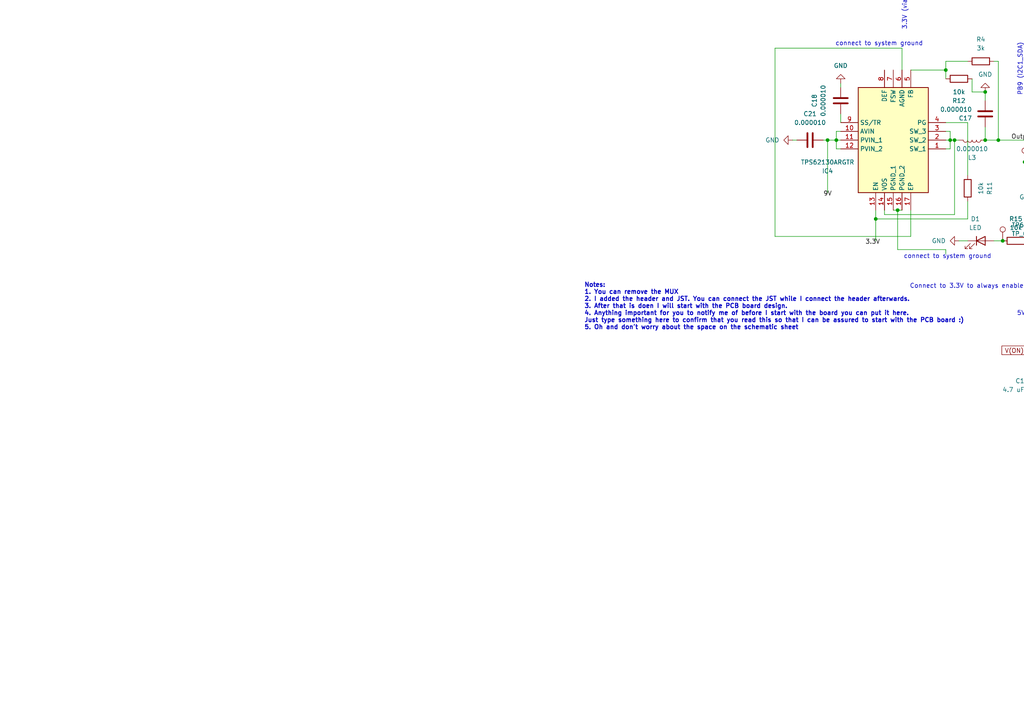
<source format=kicad_sch>
(kicad_sch (version 20250114) (generator "eeschema") (generator_version "9.0")
  (paper "A4")
  (text "MOTOR3_B_OUT" (at 267.208 -43.434 0) (effects (font (size 1.27 1.27))))
  (text "Notes:\n1. You can remove the MUX\n2. I added the header and JST. You can connect the JST while I connect the header afterwards.\n3. After that is doen I will start with the PCB board design.\n4. Anything important for you to notify me of before I start with the board you can put it here.\nJust type something here to confirm that you read this so that I can be assured to start with the PCB board :)\n5. Oh and don't worry about the space on the schematic sheet" (at 169.418 88.9 0) (effects (font (size 1.27 1.27) (thickness 0.254) (bold yes)) (justify left)))
  (text "3.7V\n" (at 202.946 -27.94 0) (effects (font (size 1.27 1.27))))
  (text "3.3V\n" (at 371.856 8.89 0) (effects (font (size 1.27 1.27))))
  (text " PC6/TIM3C1 (with 10kΩ pull-down)" (at 283.972 -3.302 0) (effects (font (size 1.27 1.27))))
  (text "MOTOR2_B_OUT" (at 340.106 -29.972 0) (effects (font (size 1.27 1.27))))
  (text "3.3V (via 10kΩ pull-up resistor)" (at 360.68 -60.96 0) (effects (font (size 1.27 1.27))))
  (text "SPDT switch" (at 551.18 -80.518 0) (effects (font (size 1.27 1.27))))
  (text "MOTOR3_A_OUT" (at 267.97 -38.354 0) (effects (font (size 1.27 1.27))))
  (text " PD2/CTRL_EXT_LOAD2" (at 306.324 -102.87 0) (effects (font (size 1.27 1.27))))
  (text "MOTOR4_A_OUT" (at 267.208 -52.324 0) (effects (font (size 1.27 1.27))))
  (text "PC9/TIM3C4 (with 10kΩ pull-down)" (at 387.096 -57.658 0) (effects (font (size 1.27 1.27))))
  (text "PIN 17 PB9 I2C1_SDA" (at 338.074 25.908 0) (effects (font (size 1.27 1.27))))
  (text "3V3 Output circuit" (at 406.654 92.456 0) (effects (font (size 1.27 1.27))))
  (text "PD14/TIM4C3 (with 10kΩ pull-down)" (at 238.76 -66.802 0) (effects (font (size 1.27 1.27))))
  (text "MOTOR2_A_OUT" (at 352.044 -23.622 0) (effects (font (size 1.27 1.27))))
  (text "PIN 16 PB8 I2C1_SCL" (at 337.058 23.368 0) (effects (font (size 1.27 1.27))))
  (text "3.7V\n" (at 425.704 -46.99 0) (effects (font (size 1.27 1.27))))
  (text "5V Output circuit" (at 303.276 90.932 0) (effects (font (size 1.27 1.27))))
  (text "5V\n\n" (at 392.43 -83.82 0) (effects (font (size 1.27 1.27))))
  (text "MOTOR1_B_OUT" (at 314.96 -0.508 0) (effects (font (size 1.27 1.27))))
  (text "PD13/TIM4C2\n" (at 406.4 -13.208 0) (effects (font (size 1.27 1.27))))
  (text "MOTOR4_B_OUT" (at 266.7 -45.974 0) (effects (font (size 1.27 1.27))))
  (text "PD15/TIM4C4 (with 10kΩ pull-down)" (at 275.844 -69.596 0) (effects (font (size 1.27 1.27))))
  (text "PB8 (I2C1_SCL)" (at 305.816 18.034 90) (effects (font (size 1.27 1.27))))
  (text "connect to system ground\n" (at 274.828 74.422 0) (effects (font (size 1.27 1.27))))
  (text "Connect to JST PH Connector (Battery+)." (at 379.73 74.168 0) (effects (font (size 1.27 1.27))))
  (text " PC8/TIM3C3 (with 10kΩ pull-down)" (at 353.822 -54.102 0) (effects (font (size 1.27 1.27))))
  (text "Not connected or to GPIO (optional)" (at 343.408 29.464 0) (effects (font (size 1.27 1.27))))
  (text "PD12/TIM4C1" (at 428.244 -8.128 0) (effects (font (size 1.27 1.27))))
  (text "Order of circuits:\n1. INA219\n2. Switch\n3. Voltage outputs in parallel" (at 498.348 -36.83 0) (effects (font (size 1.27 1.27)) (justify left)))
  (text "EXT_LOAD2_OUT" (at 360.426 -96.774 0) (effects (font (size 1.27 1.27))))
  (text "INA219" (at 465.582 -32.004 0) (effects (font (size 1.27 1.27))))
  (text " MOTOR1_A_OUT" (at 360.426 -37.338 0) (effects (font (size 1.27 1.27))))
  (text "EXT_LOAD1_OUT\n" (at 444.246 -87.884 0) (effects (font (size 1.27 1.27))))
  (text "Connect to 3.3 V to always enable charging" (at 284.988 83.058 0) (effects (font (size 1.27 1.27))))
  (text "SW \n" (at 365.76 56.134 0) (effects (font (size 1.27 1.27))))
  (text "PB9 (I2C1_SDA)" (at 295.91 20.066 90) (effects (font (size 1.27 1.27))))
  (text "PC7/TIM3C2 (with 10kΩ pull-down)" (at 235.458 -7.366 0) (effects (font (size 1.27 1.27))))
  (text "connect to system ground\n" (at 255.016 12.7 0) (effects (font (size 1.27 1.27))))
  (text "PD11/CTRL_EXT_LOAD1" (at 391.414 -93.726 0) (effects (font (size 1.27 1.27))))
  (text "5V\n\n" (at 308.61 -92.71 0) (effects (font (size 1.27 1.27))))
  (text "3.3V (via 10kΩ pull-up resistor)" (at 262.382 -7.366 90) (effects (font (size 1.27 1.27))))
  (junction (at 478.79 -52.07))
  (junction (at 190.5 -44.45))
  (junction (at 487.68 -40.64))
  (junction (at 298.45 -45.72))
  (junction (at 290.83 69.85))
  (junction (at 400.05 72.39))
  (junction (at 276.86 40.64))
  (junction (at 367.03 -96.52))
  (junction (at 454.66 29.21))
  (junction (at 285.75 26.67))
  (junction (at 400.05 68.58))
  (junction (at 327.66 -30.48))
  (junction (at 304.8 53.34))
  (junction (at 537.21 -62.23))
  (junction (at 478.79 -44.45))
  (junction (at 260.35 60.96))
  (junction (at 285.75 40.64))
  (junction (at 400.05 -90.17))
  (junction (at 431.8 106.68))
  (junction (at 203.2 -44.45))
  (junction (at 203.2 -38.1))
  (junction (at 449.58 -52.07))
  (junction (at 487.68 -50.8))
  (junction (at 345.44 -26.67))
  (junction (at 471.17 29.21))
  (junction (at 346.71 104.14))
  (junction (at 242.57 40.64))
  (junction (at 274.32 20.32))
  (junction (at 298.45 -27.94))
  (junction (at 450.85 -46.99))
  (junction (at 450.85 -80.01))
  (junction (at 450.85 -87.63))
  (junction (at 318.77 -101.6))
  (junction (at 383.54 104.14))
  (junction (at 298.45 -52.07))
  (junction (at 436.88 106.68))
  (junction (at 300.99 104.14))
  (junction (at 438.15 -30.48))
  (junction (at 318.77 -30.48))
  (junction (at 367.03 -88.9))
  (junction (at 344.17 44.45))
  (junction (at 275.59 40.64))
  (junction (at 356.87 57.15))
  (junction (at 425.45 -30.48))
  (junction (at 289.56 40.64))
  (junction (at 372.11 11.43))
  (junction (at 355.6 104.14))
  (junction (at 379.73 104.14))
  (junction (at 300.99 -27.94))
  (junction (at 313.69 -99.06))
  (junction (at 471.17 17.78))
  (junction (at 372.11 13.97))
  (junction (at 355.6 11.43))
  (junction (at 444.5 16.51))
  (junction (at 240.03 40.64))
  (junction (at 349.25 104.14))
  (junction (at 457.2 12.7))
  (junction (at 300.99 101.6))
  (junction (at 389.89 10.16))
  (junction (at 297.18 46.99))
  (junction (at 284.48 -48.26))
  (junction (at 254 63.5))
  (junction (at 355.6 26.67))
  (junction (at 427.99 106.68))
  (junction (at 425.45 -36.83))
  (junction (at 302.26 101.6))
  (junction (at 398.78 21.59))
  (junction (at 402.59 -92.71))
  (junction (at 351.79 104.14))
  (junction (at 351.79 24.13))
  (wire (pts (xy 346.71 -10.16) (xy 346.71 -36.83)))
  (wire (pts (xy 300.99 115.57) (xy 300.99 119.38)))
  (wire (pts (xy 374.65 36.83) (xy 374.65 38.1)))
  (wire (pts (xy 427.99 115.57) (xy 427.99 116.84)))
  (wire (pts (xy 436.88 102.87) (xy 436.88 106.68)))
  (wire (pts (xy 285.75 26.67) (xy 281.94 26.67)))
  (wire (pts (xy 276.86 40.64) (xy 275.59 40.64)))
  (wire (pts (xy 344.17 40.64) (xy 344.17 44.45)))
  (wire (pts (xy 288.29 17.78) (xy 289.56 17.78)))
  (wire (pts (xy 370.84 -96.52) (xy 367.03 -96.52)))
  (wire (pts (xy 481.33 -40.64) (xy 481.33 -44.45)))
  (wire (pts (xy 262.89 -33.02) (xy 262.89 -35.56)))
  (wire (pts (xy 297.18 -27.94) (xy 298.45 -27.94)))
  (wire (pts (xy 402.59 -90.17) (xy 400.05 -90.17)))
  (wire (pts (xy 367.03 -96.52) (xy 354.33 -96.52)))
  (wire (pts (xy 346.71 104.14) (xy 346.71 106.68)))
  (wire (pts (xy 452.12 -46.99) (xy 450.85 -46.99)))
  (wire (pts (xy 280.67 58.42) (xy 280.67 63.5)))
  (wire (pts (xy 317.5 -45.72) (xy 344.17 -45.72)))
  (wire (pts (xy 317.5 -30.48) (xy 318.77 -30.48)))
  (wire (pts (xy 400.05 -21.59) (xy 406.4 -21.59)))
  (wire (pts (xy 323.85 -34.29) (xy 323.85 -12.7)))
  (wire (pts (xy 443.23 29.21) (xy 444.5 29.21)))
  (wire (pts (xy 346.71 106.68) (xy 344.17 106.68)))
  (wire (pts (xy 300.99 104.14) (xy 303.53 104.14)))
  (wire (pts (xy 482.6 0) (xy 331.47 0)))
  (wire (pts (xy 228.6 -55.88) (xy 213.36 -55.88)))
  (wire (pts (xy 240.03 55.88) (xy 240.03 40.64)))
  (wire (pts (xy 275.59 40.64) (xy 275.59 38.1)))
  (wire (pts (xy 452.12 12.7) (xy 457.2 12.7)))
  (wire (pts (xy 537.21 -62.23) (xy 537.21 -60.96)))
  (wire (pts (xy 355.6 -34.29) (xy 369.57 -34.29)))
  (wire (pts (xy 284.48 -48.26) (xy 281.94 -48.26)))
  (wire (pts (xy 537.21 -53.34) (xy 537.21 -52.07)))
  (wire (pts (xy 425.45 -30.48) (xy 426.72 -30.48)))
  (wire (pts (xy 323.85 -34.29) (xy 340.36 -34.29)))
  (wire (pts (xy 533.4 -66.04) (xy 539.75 -66.04)))
  (wire (pts (xy 355.6 19.05) (xy 355.6 11.43)))
  (wire (pts (xy 203.2 -29.21) (xy 203.2 -38.1)))
  (wire (pts (xy 317.5 -17.78) (xy 318.77 -17.78)))
  (wire (pts (xy 274.32 35.56) (xy 280.67 35.56)))
  (wire (pts (xy 327.66 -52.07) (xy 327.66 -30.48)))
  (wire (pts (xy 345.44 -34.29) (xy 345.44 -26.67)))
  (wire (pts (xy 342.9 66.04) (xy 342.9 64.77)))
  (wire (pts (xy 276.86 -15.24) (xy 304.8 -15.24)))
  (wire (pts (xy 487.68 -50.8) (xy 481.33 -50.8)))
  (wire (pts (xy 379.73 114.3) (xy 379.73 116.84)))
  (wire (pts (xy 292.1 -12.7) (xy 304.8 -12.7)))
  (wire (pts (xy 194.31 -44.45) (xy 190.5 -44.45)))
  (wire (pts (xy 527.05 -62.23) (xy 527.05 -57.15)))
  (wire (pts (xy 323.85 -66.04) (xy 323.85 -40.64)))
  (wire (pts (xy 425.45 -30.48) (xy 425.45 -27.94)))
  (wire (pts (xy 487.68 -49.53) (xy 487.68 -50.8)))
  (wire (pts (xy 392.43 -90.17) (xy 392.43 -86.36)))
  (wire (pts (xy 356.87 54.61) (xy 356.87 57.15)))
  (wire (pts (xy 332.74 -53.34) (xy 332.74 -29.21)))
  (wire (pts (xy 351.79 104.14) (xy 355.6 104.14)))
  (wire (pts (xy 400.05 72.39) (xy 400.05 74.93)))
  (wire (pts (xy 372.11 8.89) (xy 372.11 11.43)))
  (wire (pts (xy 351.79 16.51) (xy 351.79 11.43)))
  (wire (pts (xy 318.77 -115.57) (xy 318.77 -113.03)))
  (wire (pts (xy 200.66 -53.34) (xy 200.66 -68.58)))
  (wire (pts (xy 346.71 -36.83) (xy 369.57 -36.83)))
  (wire (pts (xy 328.93 121.92) (xy 328.93 123.19)))
  (wire (pts (xy 228.6 -33.02) (xy 228.6 -35.56)))
  (wire (pts (xy 351.79 11.43) (xy 355.6 11.43)))
  (wire (pts (xy 344.17 49.53) (xy 342.9 49.53)))
  (wire (pts (xy 304.8 -53.34) (xy 332.74 -53.34)))
  (wire (pts (xy 228.6 -3.81) (xy 228.6 -25.4)))
  (wire (pts (xy 336.55 -53.34) (xy 400.05 -53.34)))
  (wire (pts (xy 317.5 -10.16) (xy 346.71 -10.16)))
  (wire (pts (xy 349.25 59.69) (xy 342.9 59.69)))
  (wire (pts (xy 328.93 -30.48) (xy 328.93 24.13)))
  (wire (pts (xy 300.99 -78.74) (xy 370.84 -78.74)))
  (wire (pts (xy 440.69 -7.62) (xy 440.69 -21.59)))
  (wire (pts (xy 298.45 -52.07) (xy 298.45 -45.72)))
  (wire (pts (xy 304.8 -35.56) (xy 300.99 -35.56)))
  (wire (pts (xy 275.59 43.18) (xy 275.59 40.64)))
  (wire (pts (xy 438.15 -30.48) (xy 438.15 -29.21)))
  (wire (pts (xy 298.45 -45.72) (xy 298.45 -27.94)))
  (wire (pts (xy 190.5 -44.45) (xy 190.5 -45.72)))
  (wire (pts (xy 200.66 -68.58) (xy 326.39 -68.58)))
  (wire (pts (xy 238.76 40.64) (xy 240.03 40.64)))
  (wire (pts (xy 487.68 -40.64) (xy 487.68 -41.91)))
  (wire (pts (xy 452.12 17.78) (xy 471.17 17.78)))
  (wire (pts (xy 384.81 106.68) (xy 384.81 116.84)))
  (wire (pts (xy 344.17 -7.62) (xy 440.69 -7.62)))
  (wire (pts (xy 276.86 -40.64) (xy 259.08 -40.64)))
  (wire (pts (xy 300.99 101.6) (xy 302.26 101.6)))
  (wire (pts (xy 303.53 57.15) (xy 307.34 57.15)))
  (wire (pts (xy 256.54 60.96) (xy 256.54 62.23)))
  (wire (pts (xy 318.77 -6.35) (xy 218.44 -6.35)))
  (wire (pts (xy 342.9 69.85) (xy 360.68 69.85)))
  (wire (pts (xy 330.2 -22.86) (xy 330.2 -48.26)))
  (wire (pts (xy 349.25 90.17) (xy 342.9 90.17)))
  (wire (pts (xy 344.17 -45.72) (xy 344.17 -7.62)))
  (wire (pts (xy 274.32 72.39) (xy 260.35 72.39)))
  (wire (pts (xy 349.25 104.14) (xy 351.79 104.14)))
  (wire (pts (xy 400.05 72.39) (xy 497.84 72.39)))
  (wire (pts (xy 302.26 -76.2) (xy 302.26 -17.78)))
  (wire (pts (xy 381 -92.71) (xy 402.59 -92.71)))
  (wire (pts (xy 307.34 77.47) (xy 304.8 77.47)))
  (wire (pts (xy 532.13 -62.23) (xy 537.21 -62.23)))
  (wire (pts (xy 264.16 68.58) (xy 224.79 68.58)))
  (wire (pts (xy 280.67 17.78) (xy 274.32 17.78)))
  (wire (pts (xy 243.84 33.02) (xy 243.84 35.56)))
  (wire (pts (xy 298.45 101.6) (xy 300.99 101.6)))
  (wire (pts (xy 401.32 -30.48) (xy 400.05 -30.48)))
  (wire (pts (xy 289.56 40.64) (xy 344.17 40.64)))
  (wire (pts (xy 444.5 12.7) (xy 444.5 16.51)))
  (wire (pts (xy 304.8 -17.78) (xy 302.26 -17.78)))
  (wire (pts (xy 407.67 -24.13) (xy 412.75 -24.13)))
  (wire (pts (xy 387.35 26.67) (xy 398.78 26.67)))
  (wire (pts (xy 425.45 -36.83) (xy 425.45 -30.48)))
  (wire (pts (xy 400.05 57.15) (xy 400.05 68.58)))
  (wire (pts (xy 278.13 69.85) (xy 280.67 69.85)))
  (wire (pts (xy 497.84 54.61) (xy 497.84 72.39)))
  (wire (pts (xy 490.22 -2.54) (xy 490.22 106.68)))
  (wire (pts (xy 300.99 -35.56) (xy 300.99 -78.74)))
  (wire (pts (xy 387.35 109.22) (xy 383.54 109.22)))
  (wire (pts (xy 425.45 106.68) (xy 427.99 106.68)))
  (wire (pts (xy 387.35 24.13) (xy 388.62 24.13)))
  (wire (pts (xy 402.59 -97.79) (xy 402.59 -92.71)))
  (wire (pts (xy 351.79 24.13) (xy 361.95 24.13)))
  (wire (pts (xy 340.36 -57.15) (xy 403.86 -57.15)))
  (wire (pts (xy 332.74 -27.94) (xy 332.74 -2.54)))
  (wire (pts (xy 318.77 -30.48) (xy 327.66 -30.48)))
  (wire (pts (xy 491.49 -50.8) (xy 487.68 -50.8)))
  (wire (pts (xy 397.51 21.59) (xy 398.78 21.59)))
  (wire (pts (xy 537.21 -63.5) (xy 537.21 -62.23)))
  (wire (pts (xy 435.61 -19.05) (xy 435.61 -12.7)))
  (wire (pts (xy 345.44 44.45) (xy 344.17 44.45)))
  (wire (pts (xy 256.54 62.23) (xy 276.86 62.23)))
  (wire (pts (xy 444.5 17.78) (xy 444.5 16.51)))
  (wire (pts (xy 259.08 -43.18) (xy 292.1 -43.18)))
  (wire (pts (xy 383.54 109.22) (xy 383.54 104.14)))
  (wire (pts (xy 285.75 29.21) (xy 285.75 26.67)))
  (wire (pts (xy 342.9 -43.18) (xy 342.9 -12.7)))
  (wire (pts (xy 281.94 22.86) (xy 281.94 26.67)))
  (wire (pts (xy 368.3 104.14) (xy 368.3 87.63)))
  (wire (pts (xy 427.99 106.68) (xy 431.8 106.68)))
  (wire (pts (xy 297.18 46.99) (xy 297.18 -27.94)))
  (wire (pts (xy 471.17 12.7) (xy 471.17 17.78)))
  (wire (pts (xy 398.78 26.67) (xy 398.78 21.59)))
  (wire (pts (xy 440.69 -21.59) (xy 414.02 -21.59)))
  (wire (pts (xy 438.15 -36.83) (xy 438.15 -30.48)))
  (wire (pts (xy 303.53 -64.77) (xy 303.53 -22.86)))
  (wire (pts (xy 327.66 7.62) (xy 327.66 -30.48)))
  (wire (pts (xy 398.78 21.59) (xy 400.05 21.59)))
  (wire (pts (xy 300.99 104.14) (xy 300.99 101.6)))
  (wire (pts (xy 276.86 -38.1) (xy 276.86 -15.24)))
  (wire (pts (xy 242.57 38.1) (xy 242.57 40.64)))
  (wire (pts (xy 190.5 -38.1) (xy 194.31 -38.1)))
  (wire (pts (xy 303.53 -22.86) (xy 304.8 -22.86)))
  (wire (pts (xy 220.98 -50.8) (xy 215.9 -50.8)))
  (wire (pts (xy 438.15 -36.83) (xy 434.34 -36.83)))
  (wire (pts (xy 471.17 29.21) (xy 471.17 34.29)))
  (wire (pts (xy 450.85 -46.99) (xy 450.85 -58.42)))
  (wire (pts (xy 425.45 -45.72) (xy 425.45 -36.83)))
  (wire (pts (xy 298.45 69.85) (xy 307.34 69.85)))
  (wire (pts (xy 203.2 -38.1) (xy 203.2 -44.45)))
  (wire (pts (xy 367.03 -26.67) (xy 369.57 -26.67)))
  (wire (pts (xy 274.32 40.64) (xy 275.59 40.64)))
  (wire (pts (xy 478.79 -44.45) (xy 477.52 -44.45)))
  (wire (pts (xy 190.5 -38.1) (xy 190.5 -44.45)))
  (wire (pts (xy 317.5 -25.4) (xy 331.47 -25.4)))
  (wire (pts (xy 400.05 -27.94) (xy 425.45 -27.94)))
  (wire (pts (xy 289.56 40.64) (xy 289.56 17.78)))
  (wire (pts (xy 262.89 -24.13) (xy 262.89 -25.4)))
  (wire (pts (xy 400.05 74.93) (xy 342.9 74.93)))
  (wire (pts (xy 274.32 -48.26) (xy 259.08 -48.26)))
  (wire (pts (xy 254 63.5) (xy 254 60.96)))
  (wire (pts (xy 464.82 -64.77) (xy 303.53 -64.77)))
  (wire (pts (xy 450.85 -58.42) (xy 478.79 -58.42)))
  (wire (pts (xy 537.21 -68.58) (xy 537.21 -72.39)))
  (wire (pts (xy 304.8 0) (xy 304.8 -10.16)))
  (wire (pts (xy 400.05 68.58) (xy 400.05 72.39)))
  (wire (pts (xy 431.8 106.68) (xy 436.88 106.68)))
  (wire (pts (xy 388.62 10.16) (xy 388.62 24.13)))
  (wire (pts (xy 400.05 -53.34) (xy 400.05 -49.53)))
  (wire (pts (xy 345.44 -26.67) (xy 359.41 -26.67)))
  (wire (pts (xy 280.67 35.56) (xy 280.67 50.8)))
  (wire (pts (xy 471.17 17.78) (xy 471.17 29.21)))
  (wire (pts (xy 478.79 -52.07) (xy 477.52 -52.07)))
  (wire (pts (xy 275.59 38.1) (xy 274.32 38.1)))
  (wire (pts (xy 224.79 13.97) (xy 261.62 13.97)))
  (wire (pts (xy 274.32 22.86) (xy 274.32 20.32)))
  (wire (pts (xy 264.16 60.96) (xy 264.16 68.58)))
  (wire (pts (xy 320.04 -20.32) (xy 317.5 -20.32)))
  (wire (pts (xy 320.04 -3.81) (xy 320.04 -20.32)))
  (wire (pts (xy 450.85 -44.45) (xy 450.85 -46.99)))
  (wire (pts (xy 342.9 54.61) (xy 342.9 57.15)))
  (wire (pts (xy 400.05 -90.17) (xy 392.43 -90.17)))
  (wire (pts (xy 481.33 -46.99) (xy 477.52 -46.99)))
  (wire (pts (xy 340.36 -34.29) (xy 340.36 -57.15)))
  (wire (pts (xy 367.03 -88.9) (xy 367.03 -87.63)))
  (wire (pts (xy 349.25 118.11) (xy 349.25 123.19)))
  (wire (pts (xy 292.1 -43.18) (xy 292.1 -12.7)))
  (wire (pts (xy 487.68 -36.83) (xy 487.68 -40.64)))
  (wire (pts (xy 372.11 69.85) (xy 368.3 69.85)))
  (wire (pts (xy 299.72 -40.64) (xy 304.8 -40.64)))
  (wire (pts (xy 381 -76.2) (xy 381 -92.71)))
  (wire (pts (xy 300.99 -27.94) (xy 304.8 -27.94)))
  (wire (pts (xy 308.61 -99.06) (xy 308.61 -95.25)))
  (wire (pts (xy 276.86 62.23) (xy 276.86 40.64)))
  (wire (pts (xy 289.56 40.64) (xy 285.75 40.64)))
  (wire (pts (xy 383.54 104.14) (xy 387.35 104.14)))
  (wire (pts (xy 537.21 -68.58) (xy 539.75 -68.58)))
  (wire (pts (xy 452.12 -44.45) (xy 450.85 -44.45)))
  (wire (pts (xy 454.66 29.21) (xy 471.17 29.21)))
  (wire (pts (xy 323.85 -40.64) (xy 317.5 -40.64)))
  (wire (pts (xy 302.26 101.6) (xy 302.26 106.68)))
  (wire (pts (xy 317.5 -48.26) (xy 330.2 -48.26)))
  (wire (pts (xy 450.85 -87.63) (xy 464.82 -87.63)))
  (wire (pts (xy 228.6 -46.99) (xy 203.2 -46.99)))
  (wire (pts (xy 229.87 40.64) (xy 231.14 40.64)))
  (wire (pts (xy 350.52 66.04) (xy 363.22 66.04)))
  (wire (pts (xy 377.19 104.14) (xy 379.73 104.14)))
  (wire (pts (xy 318.77 -99.06) (xy 313.69 -99.06)))
  (wire (pts (xy 365.76 -49.53) (xy 365.76 -59.69)))
  (wire (pts (xy 318.77 -101.6) (xy 299.72 -101.6)))
  (wire (pts (xy 304.8 7.62) (xy 327.66 7.62)))
  (wire (pts (xy 450.85 -87.63) (xy 438.15 -87.63)))
  (wire (pts (xy 298.45 -27.94) (xy 300.99 -27.94)))
  (wire (pts (xy 218.44 -6.35) (xy 218.44 -26.67)))
  (wire (pts (xy 203.2 -44.45) (xy 203.2 -46.99)))
  (wire (pts (xy 274.32 17.78) (xy 274.32 20.32)))
  (wire (pts (xy 325.12 0) (xy 304.8 0)))
  (wire (pts (xy 243.84 43.18) (xy 242.57 43.18)))
  (wire (pts (xy 274.32 43.18) (xy 275.59 43.18)))
  (wire (pts (xy 261.62 60.96) (xy 260.35 60.96)))
  (wire (pts (xy 260.35 60.96) (xy 259.08 60.96)))
  (wire (pts (xy 261.62 20.32) (xy 261.62 13.97)))
  (wire (pts (xy 355.6 100.33) (xy 355.6 104.14)))
  (wire (pts (xy 355.6 104.14) (xy 368.3 104.14)))
  (wire (pts (xy 302.26 106.68) (xy 313.69 106.68)))
  (wire (pts (xy 214.63 -53.34) (xy 200.66 -53.34)))
  (wire (pts (xy 443.23 36.83) (xy 449.58 36.83)))
  (wire (pts (xy 262.89 -35.56) (xy 259.08 -35.56)))
  (wire (pts (xy 321.31 -36.83) (xy 321.31 -15.24)))
  (wire (pts (xy 228.6 -53.34) (xy 222.25 -53.34)))
  (wire (pts (xy 402.59 49.53) (xy 454.66 49.53)))
  (wire (pts (xy 400.05 -41.91) (xy 400.05 -39.37)))
  (wire (pts (xy 328.93 24.13) (xy 351.79 24.13)))
  (wire (pts (xy 345.44 101.6) (xy 344.17 101.6)))
  (wire (pts (xy 285.75 40.64) (xy 285.75 36.83)))
  (wire (pts (xy 387.35 106.68) (xy 384.81 106.68)))
  (wire (pts (xy 332.74 -29.21) (xy 369.57 -29.21)))
  (wire (pts (xy 349.25 104.14) (xy 346.71 104.14)))
  (wire (pts (xy 372.11 13.97) (xy 372.11 16.51)))
  (wire (pts (xy 449.58 36.83) (xy 449.58 39.37)))
  (wire (pts (xy 436.88 -62.23) (xy 436.88 -49.53)))
  (wire (pts (xy 452.12 -52.07) (xy 449.58 -52.07)))
  (wire (pts (xy 294.64 -45.72) (xy 259.08 -45.72)))
  (wire (pts (xy 317.5 -43.18) (xy 342.9 -43.18)))
  (wire (pts (xy 203.2 -66.04) (xy 251.46 -66.04)))
  (wire (pts (xy 450.85 -80.01) (xy 450.85 -78.74)))
  (wire (pts (xy 325.12 -31.75) (xy 325.12 0)))
  (wire (pts (xy 294.64 -43.18) (xy 294.64 -45.72)))
  (wire (pts (xy 345.44 97.79) (xy 345.44 101.6)))
  (wire (pts (xy 527.05 -57.15) (xy 532.13 -57.15)))
  (wire (pts (xy 436.88 -49.53) (xy 452.12 -49.53)))
  (wire (pts (xy 203.2 -55.88) (xy 203.2 -66.04)))
  (wire (pts (xy 304.8 53.34) (xy 304.8 7.62)))
  (wire (pts (xy 449.58 -52.07) (xy 449.58 -53.34)))
  (wire (pts (xy 487.68 -40.64) (xy 481.33 -40.64)))
  (wire (pts (xy 422.91 -19.05) (xy 435.61 -19.05)))
  (wire (pts (xy 259.08 -38.1) (xy 276.86 -38.1)))
  (wire (pts (xy 443.23 16.51) (xy 444.5 16.51)))
  (wire (pts (xy 300.99 26.67) (xy 355.6 26.67)))
  (wire (pts (xy 454.66 29.21) (xy 454.66 49.53)))
  (wire (pts (xy 365.76 -39.37) (xy 369.57 -39.37)))
  (wire (pts (xy 297.18 74.93) (xy 297.18 46.99)))
  (wire (pts (xy 274.32 73.66) (xy 274.32 72.39)))
  (wire (pts (xy 355.6 11.43) (xy 372.11 11.43)))
  (wire (pts (xy 400.05 57.15) (xy 356.87 57.15)))
  (wire (pts (xy 478.79 -52.07) (xy 478.79 -58.42)))
  (wire (pts (xy 369.57 -31.75) (xy 325.12 -31.75)))
  (wire (pts (xy 304.8 -45.72) (xy 298.45 -45.72)))
  (wire (pts (xy 452.12 29.21) (xy 454.66 29.21)))
  (wire (pts (xy 243.84 38.1) (xy 242.57 38.1)))
  (wire (pts (xy 304.8 -48.26) (xy 304.8 -53.34)))
  (wire (pts (xy 482.6 87.63) (xy 482.6 0)))
  (wire (pts (xy 284.48 -48.26) (xy 284.48 -40.64)))
  (wire (pts (xy 353.06 82.55) (xy 350.52 82.55)))
  (wire (pts (xy 356.87 57.15) (xy 356.87 59.69)))
  (wire (pts (xy 387.35 29.21) (xy 402.59 29.21)))
  (wire (pts (xy 254 69.85) (xy 254 63.5)))
  (wire (pts (xy 313.69 104.14) (xy 311.15 104.14)))
  (wire (pts (xy 449.58 -52.07) (xy 327.66 -52.07)))
  (wire (pts (xy 274.32 20.32) (xy 264.16 20.32)))
  (wire (pts (xy 388.62 10.16) (xy 389.89 10.16)))
  (wire (pts (xy 372.11 11.43) (xy 372.11 13.97)))
  (wire (pts (xy 300.99 -27.94) (xy 300.99 26.67)))
  (wire (pts (xy 478.79 -44.45) (xy 478.79 -52.07)))
  (wire (pts (xy 487.68 -50.8) (xy 487.68 -53.34)))
  (wire (pts (xy 491.49 -40.64) (xy 487.68 -40.64)))
  (wire (pts (xy 438.15 -80.01) (xy 450.85 -80.01)))
  (wire (pts (xy 370.84 -96.52) (xy 370.84 -78.74)))
  (wire (pts (xy 203.2 -44.45) (xy 201.93 -44.45)))
  (wire (pts (xy 298.45 -62.23) (xy 436.88 -62.23)))
  (wire (pts (xy 278.13 40.64) (xy 276.86 40.64)))
  (wire (pts (xy 449.58 -53.34) (xy 448.31 -53.34)))
  (wire (pts (xy 218.44 -38.1) (xy 218.44 -34.29)))
  (wire (pts (xy 320.04 -3.81) (xy 228.6 -3.81)))
  (wire (pts (xy 331.47 0) (xy 331.47 -25.4)))
  (wire (pts (xy 480.06 -49.53) (xy 480.06 -59.69)))
  (wire (pts (xy 425.45 -36.83) (xy 426.72 -36.83)))
  (wire (pts (xy 402.59 -107.95) (xy 402.59 -105.41)))
  (wire (pts (xy 481.33 -44.45) (xy 478.79 -44.45)))
  (wire (pts (xy 203.2 -38.1) (xy 201.93 -38.1)))
  (wire (pts (xy 464.82 -87.63) (xy 464.82 -64.77)))
  (wire (pts (xy 427.99 106.68) (xy 427.99 107.95)))
  (wire (pts (xy 368.3 87.63) (xy 482.6 87.63)))
  (wire (pts (xy 323.85 -12.7) (xy 317.5 -12.7)))
  (wire (pts (xy 434.34 -30.48) (xy 438.15 -30.48)))
  (wire (pts (xy 302.26 -76.2) (xy 381 -76.2)))
  (wire (pts (xy 240.03 40.64) (xy 242.57 40.64)))
  (wire (pts (xy 345.44 -26.67) (xy 345.44 -25.4)))
  (wire (pts (xy 299.72 -101.6) (xy 299.72 -40.64)))
  (wire (pts (xy 345.44 -34.29) (xy 347.98 -34.29)))
  (wire (pts (xy 313.69 -99.06) (xy 308.61 -99.06)))
  (wire (pts (xy 402.59 29.21) (xy 402.59 49.53)))
  (wire (pts (xy 332.74 -2.54) (xy 490.22 -2.54)))
  (wire (pts (xy 298.45 -52.07) (xy 259.08 -52.07)))
  (wire (pts (xy 457.2 12.7) (xy 471.17 12.7)))
  (wire (pts (xy 354.33 -88.9) (xy 367.03 -88.9)))
  (wire (pts (xy 336.55 -36.83) (xy 336.55 -53.34)))
  (wire (pts (xy 344.17 44.45) (xy 344.17 49.53)))
  (wire (pts (xy 342.9 -12.7) (xy 435.61 -12.7)))
  (wire (pts (xy 317.5 -27.94) (xy 332.74 -27.94)))
  (wire (pts (xy 365.76 -41.91) (xy 365.76 -39.37)))
  (wire (pts (xy 302.26 101.6) (xy 313.69 101.6)))
  (wire (pts (xy 304.8 -43.18) (xy 294.64 -43.18)))
  (wire (pts (xy 326.39 -38.1) (xy 317.5 -38.1)))
  (wire (pts (xy 243.84 24.13) (xy 243.84 25.4)))
  (wire (pts (xy 537.21 -63.5) (xy 539.75 -63.5)))
  (wire (pts (xy 355.6 26.67) (xy 361.95 26.67)))
  (wire (pts (xy 298.45 -62.23) (xy 298.45 -52.07)))
  (wire (pts (xy 403.86 -36.83) (xy 403.86 -40.64)))
  (wire (pts (xy 356.87 54.61) (xy 350.52 54.61)))
  (wire (pts (xy 389.89 10.16) (xy 457.2 10.16)))
  (wire (pts (xy 403.86 -48.26) (xy 403.86 -57.15)))
  (wire (pts (xy 203.2 -55.88) (xy 205.74 -55.88)))
  (wire (pts (xy 307.34 74.93) (xy 297.18 74.93)))
  (wire (pts (xy 318.77 -17.78) (xy 318.77 -6.35)))
  (wire (pts (xy 355.6 -59.69) (xy 365.76 -59.69)))
  (wire (pts (xy 321.31 -36.83) (xy 336.55 -36.83)))
  (wire (pts (xy 481.33 -50.8) (xy 481.33 -46.99)))
  (wire (pts (xy 326.39 -68.58) (xy 326.39 -38.1)))
  (wire (pts (xy 300.99 104.14) (xy 300.99 107.95)))
  (wire (pts (xy 252.73 -66.04) (xy 323.85 -66.04)))
  (wire (pts (xy 318.77 -30.48) (xy 318.77 -50.8)))
  (wire (pts (xy 288.29 69.85) (xy 290.83 69.85)))
  (wire (pts (xy 436.88 106.68) (xy 490.22 106.68)))
  (wire (pts (xy 228.6 -38.1) (xy 218.44 -38.1)))
  (wire (pts (xy 327.66 -30.48) (xy 328.93 -30.48)))
  (wire (pts (xy 349.25 104.14) (xy 349.25 110.49)))
  (wire (pts (xy 242.57 40.64) (xy 243.84 40.64)))
  (wire (pts (xy 400.05 -19.05) (xy 415.29 -19.05)))
  (wire (pts (xy 242.57 43.18) (xy 242.57 40.64)))
  (wire (pts (xy 346.71 104.14) (xy 344.17 104.14)))
  (wire (pts (xy 318.77 -105.41) (xy 318.77 -101.6)))
  (wire (pts (xy 374.65 13.97) (xy 372.11 13.97)))
  (wire (pts (xy 260.35 72.39) (xy 260.35 60.96)))
  (wire (pts (xy 224.79 68.58) (xy 224.79 13.97)))
  (wire (pts (xy 304.8 77.47) (xy 304.8 53.34)))
  (wire (pts (xy 317.5 -15.24) (xy 321.31 -15.24)))
  (wire (pts (xy 280.67 63.5) (xy 254 63.5)))
  (wire (pts (xy 379.73 104.14) (xy 383.54 104.14)))
  (wire (pts (xy 477.52 -49.53) (xy 480.06 -49.53)))
  (wire (pts (xy 369.57 -22.86) (xy 330.2 -22.86)))
  (wire (pts (xy 400.05 -36.83) (xy 403.86 -36.83)))
  (wire (pts (xy 379.73 104.14) (xy 379.73 106.68)))
  (wire (pts (xy 457.2 10.16) (xy 457.2 12.7)))
  (label "Output" (at 299.72 40.64 180))
  (label "3.3V" (at 255.27 71.12 180))
  (label "9V" (at 241.3 57.15 180))
  (global_label "PIN 16" (shape input) (at 448.31 -53.34 180) (property "Intersheetrefs" "${INTERSHEET_REFS}" (effects (hide yes))))
  (global_label "V(LOAD)" (shape input) (at 533.4 -66.04 180) (property "Intersheetrefs" "${INTERSHEET_REFS}" (effects (hide yes))))
  (global_label "V(ON)" (shape input) (at 377.19 104.14 180) (property "Intersheetrefs" "${INTERSHEET_REFS}" (effects (hide yes))))
  (global_label "PIN 18" (shape output) (at 439.42 106.68 0) (property "Intersheetrefs" "${INTERSHEET_REFS}" (effects (hide yes))))
  (global_label "5V out" (shape output) (at 355.6 100.33 90) (property "Intersheetrefs" "${INTERSHEET_REFS}" (effects (hide yes))))
  (global_label "PIN 20" (shape output) (at 358.14 104.14 0) (property "Intersheetrefs" "${INTERSHEET_REFS}" (effects (hide yes))))
  (global_label "V(ON)" (shape output) (at 537.21 -72.39 90) (property "Intersheetrefs" "${INTERSHEET_REFS}" (effects (hide yes))))
  (global_label "PIN 17" (shape input) (at 448.31 -49.53 180) (property "Intersheetrefs" "${INTERSHEET_REFS}" (effects (hide yes))))
  (global_label "Vbattery" (shape input) (at 487.68 -36.83 180) (property "Intersheetrefs" "${INTERSHEET_REFS}" (effects (hide yes))))
  (global_label "V(ON)" (shape input) (at 298.45 101.6 180) (property "Intersheetrefs" "${INTERSHEET_REFS}" (effects (hide yes))))
  (global_label "3.3V out" (shape output) (at 436.88 102.87 90) (property "Intersheetrefs" "${INTERSHEET_REFS}" (effects (hide yes))))
  (global_label "V(LOAD)" (shape output) (at 487.68 -53.34 90) (property "Intersheetrefs" "${INTERSHEET_REFS}" (effects (hide yes))))
  (symbol (lib_id "Device:R") (at 402.59 -101.6 0) (unit 1)
    (property "Reference" "R13" (at 405.13 -102.8701 0) (effects (justify left)))
    (property "Value" "10k" (at 405.13 -100.3301 0) (effects (justify left)))
    (property "Description" "Resistor" (effects (hide yes)))
  )
  (symbol (lib_id "Device:R") (at 294.64 69.85 90) (unit 1)
    (property "Reference" "R15" (at 294.64 63.5 90))
    (property "Value" "10k" (at 294.64 66.04 90))
    (property "Description" "Resistor" (effects (hide yes)))
  )
  (symbol (lib_id "power:GND") (at 471.17 34.29 0) (unit 1)
    (property "Reference" "#PWR040" (effects (hide yes)))
    (property "Value" "GND" (at 471.17 39.37 0))
    (property "Description" "Power symbol creates a global label with name \"GND\" , ground" (effects (hide yes)))
  )
  (symbol (lib_id "Device:R") (at 403.86 21.59 270) (mirror x) (unit 1)
    (property "Reference" "R8" (at 403.86 27.94 90))
    (property "Value" "5.1k" (at 403.86 25.4 90))
    (property "Description" "Resistor" (effects (hide yes)))
  )
  (symbol (lib_id "Device:C") (at 234.95 40.64 90) (mirror x) (unit 1)
    (property "Reference" "C21" (at 234.95 33.02 90))
    (property "Value" "0.000010" (at 234.95 35.56 90))
    (property "Description" "Unpolarized capacitor" (effects (hide yes)))
  )
  (symbol (lib_id "power:GND") (at 353.06 82.55 90) (unit 1)
    (property "Reference" "#PWR023" (effects (hide yes)))
    (property "Value" "GND" (at 356.87 82.5499 90) (effects (justify right)))
    (property "Description" "Power symbol creates a global label with name \"GND\" , ground" (effects (hide yes)))
  )
  (symbol (lib_id "Connector_Generic:Conn_02x16_Odd_Even") (at 309.88 -30.48 0) (unit 1)
    (property "Reference" "J2" (at 311.15 -53.34 0))
    (property "Value" "Conn_02x16_Odd_Even" (at 311.15 -50.8 0))
    (property "Description" "Generic connector, double row, 02x16, odd/even pin numbering scheme (row 1 odd numbers, row 2 even numbers), script generated (kicad-library-utils/schlib/autogen/connector/)" (effects (hide yes)))
  )
  (symbol (lib_id "Device:LED") (at 284.48 69.85 0) (unit 1)
    (property "Reference" "D1" (at 282.8925 63.5 0))
    (property "Value" "LED" (at 282.8925 66.04 0))
    (property "Description" "Light emitting diode" (effects (hide yes)))
    (property "Sim.Pins" "1=K 2=A" (effects (hide yes)))
  )
  (symbol (lib_id "Connector:TestPoint") (at 389.89 10.16 0) (unit 1)
    (property "Reference" "TP7" (at 392.43 5.5879 0) (effects (justify left)))
    (property "Value" "TP_USB_VBUS" (at 392.43 8.1279 0) (effects (justify left)))
    (property "Description" "test point" (effects (hide yes)))
  )
  (symbol (lib_id "Connector:TestPoint") (at 491.49 -40.64 270) (unit 1)
    (property "Reference" "TP4" (at 494.792 -35.56 90))
    (property "Value" "TestPoint" (at 494.792 -38.1 90))
    (property "Footprint" "TestPoint:TestPoint_Bridge_Pitch2.0mm_Drill0.7mm" (effects (hide yes)))
    (property "Description" "test point" (effects (hide yes)))
  )
  (symbol (lib_id "Device:C") (at 400.05 -86.36 180) (unit 1)
    (property "Reference" "C14" (at 403.86 -87.6301 0) (effects (justify right)))
    (property "Value" "0.000001" (at 403.86 -85.0901 0) (effects (justify right)))
    (property "Description" "Unpolarized capacitor" (effects (hide yes)))
  )
  (symbol (lib_id "Connector:TestPoint") (at 419.1 142.24 0) (unit 1)
    (property "Reference" "TP16" (at 421.64 137.6679 0) (effects (justify left)))
    (property "Value" "TestPoint" (at 421.64 140.2079 0) (effects (justify left)))
    (property "Description" "test point" (effects (hide yes)))
  )
  (symbol (lib_name "DRV8833PWP_2") (lib_id "Driver_Motor:DRV8833PWP") (at 384.81 -29.21 0) (unit 1)
    (property "Reference" "U7" (at 386.9533 -13.97 0) (effects (justify left)))
    (property "Value" "DRV8833PWP" (at 386.9533 -11.43 0) (effects (justify left)))
    (property "Footprint" "Package_SO:HTSSOP-16-1EP_4.4x5mm_P0.65mm_EP3.4x5mm_Mask2.46x2.31mm_ThermalVias" (effects (hide yes)))
    (property "Datasheet" "http://www.ti.com/lit/ds/symlink/drv8833.pdf" (effects (hide yes)))
    (property "Description" "Dual H-Bridge Motor Driver, HTSSOP-16" (effects (hide yes)))
  )
  (symbol (lib_id "TPS61240DRVR_jlc:TPS61240DRVR") (at 344.17 101.6 0) (mirror y) (unit 1)
    (property "Reference" "IC2" (at 328.93 93.98 0))
    (property "Value" "TPS61240DRVR" (at 328.93 96.52 0))
    (property "Footprint" "TPS61240DRVR_jlc:SON65P200X200X80-7N" (effects (hide yes)))
    (property "Datasheet" "http://www.ti.com/lit/ds/symlink/tps61240.pdf" (effects (hide yes)))
    (property "Description" "Conv DC-DC 2.3V to 5.5V Step Up Single-Out 5V 0.45A 6-Pin WSON EP T/R" (effects (hide yes)))
    (property "Height" "0.8" (effects (hide yes)))
    (property "Manufacturer_Name" "Texas Instruments" (effects (hide yes)))
    (property "Manufacturer_Part_Number" "TPS61240DRVR" (effects (hide yes)))
    (property "Mouser Part Number" "595-TPS61240DRVR" (effects (hide yes)))
    (property "Mouser Price/Stock" "https://www.mouser.co.uk/ProductDetail/Texas-Instruments/TPS61240DRVR?qs=AFkNxQkJKAL5qlClR9nbgA%3D%3D" (effects (hide yes)))
    (property "Arrow Part Number" "TPS61240DRVR" (effects (hide yes)))
    (property "Arrow Price/Stock" "https://www.arrow.com/en/products/tps61240drvr/texas-instruments?region=nac" (effects (hide yes)))
  )
  (symbol (lib_id "Device:R") (at 448.31 29.21 90) (mirror x) (unit 1)
    (property "Reference" "R14" (at 448.31 35.56 90))
    (property "Value" "5.1k" (at 448.31 33.02 90))
    (property "Description" "Resistor" (effects (hide yes)))
  )
  (symbol (lib_id "Device:R") (at 209.55 -55.88 270) (mirror x) (unit 1)
    (property "Reference" "R30" (at 209.55 -62.23 90))
    (property "Value" "10k" (at 209.55 -59.69 90))
    (property "Description" "Resistor" (effects (hide yes)))
  )
  (symbol (lib_id "Device:C") (at 198.12 -38.1 90) (unit 1)
    (property "Reference" "C12" (at 198.12 -30.48 90))
    (property "Value" "0.0000001" (at 198.12 -33.02 90))
    (property "Description" "Unpolarized capacitor" (effects (hide yes)))
  )
  (symbol (lib_id "power:GND") (at 313.69 -91.44 0) (unit 1)
    (property "Reference" "#PWR034" (effects (hide yes)))
    (property "Value" "GND" (at 313.69 -86.36 0))
    (property "Description" "Power symbol creates a global label with name \"GND\" , ground" (effects (hide yes)))
  )
  (symbol (lib_id "Device:C") (at 224.79 -50.8 90) (mirror x) (unit 1)
    (property "Reference" "C13" (at 224.79 -58.42 90))
    (property "Value" "0.000010" (at 224.79 -55.88 90))
    (property "Description" "Unpolarized capacitor" (effects (hide yes)))
  )
  (symbol (lib_id "power:GND") (at 367.03 -87.63 0) (unit 1)
    (property "Reference" "#PWR036" (effects (hide yes)))
    (property "Value" "GND" (at 367.03 -82.55 0))
    (property "Description" "Power symbol creates a global label with name \"GND\" , ground" (effects (hide yes)))
  )
  (symbol (lib_id "TPS22918DBVR:TPS22918DBVR") (at 420.37 -85.09 0) (unit 1)
    (property "Reference" "U4" (at 420.37 -100.33 0))
    (property "Value" "TPS22918DBVR" (at 420.37 -97.79 0))
    (property "Footprint" "TPS22918DBVR:SOT95P280X145-6N" (effects (hide yes)))
    (property "MF" "Texas Instruments" (effects (hide yes)))
    (property "Description_1" "5.5-V, 2-A, 52-mΩ load switch with adj. rise time and adj. output discharge" (effects (hide yes)))
    (property "Package" "SOT-23-6 Texas Instruments" (effects (hide yes)))
    (property "Price" "None" (effects (hide yes)))
    (property "SnapEDA_Link" "https://www.snapeda.com/parts/TPS22918DBVR/Texas+Instruments/view-part/?ref=snap" (effects (hide yes)))
    (property "MP" "TPS22918DBVR" (effects (hide yes)))
    (property "Availability" "In Stock" (effects (hide yes)))
    (property "Check_prices" "https://www.snapeda.com/parts/TPS22918DBVR/Texas+Instruments/view-part/?ref=eda" (effects (hide yes)))
  )
  (symbol (lib_id "Device:R_US") (at 537.21 -57.15 0) (unit 1)
    (property "Reference" "R2" (at 543.56 -57.15 90))
    (property "Value" "150 kR" (at 541.02 -57.15 90))
    (property "Footprint" "Resistor_SMD:R_0603_1608Metric_Pad0.98x0.95mm_HandSolder" (effects (hide yes)))
    (property "Description" "Resistor, US symbol" (effects (hide yes)))
  )
  (symbol (lib_id "S2B-PH-K-S_LF__SN_:S2B-PH-K-S_LF__SN_") (at 508 52.07 0) (unit 1)
    (property "Reference" "J3" (at 514.35 52.0699 0) (effects (justify left)))
    (property "Value" "S2B-PH-K-S_LF__SN_" (at 514.35 54.6099 0) (effects (justify left)))
    (property "Footprint" "S2B-PH-K-S_LF__SN_:JST_S2B-PH-K-S_LF__SN_" (effects (hide yes)))
    (property "MF" "JST Sales America Inc." (effects (hide yes)))
    (property "MAXIMUM_PACKAGE_HEIGHT" "4.8mm" (effects (hide yes)))
    (property "PACKAGE" "None" (effects (hide yes)))
    (property "PRICE" "None" (effects (hide yes)))
    (property "Package" "NON STANDARD-2 J.S.T." (effects (hide yes)))
    (property "Check_prices" "https://www.snapeda.com/parts/S2B-PH-K-S(LF)(SN)/JST/view-part/?ref=eda" (effects (hide yes)))
    (property "Price" "None" (effects (hide yes)))
    (property "SnapEDA_Link" "https://www.snapeda.com/parts/S2B-PH-K-S(LF)(SN)/JST/view-part/?ref=snap" (effects (hide yes)))
    (property "MP" "S2B-PH-K-S(LF)(SN)" (effects (hide yes)))
    (property "Description_1" "Connector Header Through Hole, Right Angle 2 position" (effects (hide yes)))
    (property "Availability" "In Stock" (effects (hide yes)))
    (property "AVAILABILITY" "Unavailable" (effects (hide yes)))
    (property "DESCRIPTION" "Connector Header Through Hole, Right Angle 2 position" (effects (hide yes)))
  )
  (symbol (lib_id "power:GND") (at 427.99 116.84 0) (unit 1)
    (property "Reference" "#PWR09" (effects (hide yes)))
    (property "Value" "GND" (at 427.99 121.92 0))
    (property "Description" "Power symbol creates a global label with name \"GND\" , ground" (effects (hide yes)))
  )
  (symbol (lib_id "Device:C") (at 430.53 -36.83 270) (unit 1)
    (property "Reference" "C5" (at 430.53 -44.45 90))
    (property "Value" "0.0000001" (at 430.53 -41.91 90))
    (property "Description" "Unpolarized capacitor" (effects (hide yes)))
  )
  (symbol (lib_id "power:GND") (at 300.99 119.38 0) (unit 1)
    (property "Reference" "#PWR03" (effects (hide yes)))
    (property "Value" "GND" (at 300.99 124.46 0))
    (property "Description" "Power symbol creates a global label with name \"GND\" , ground" (effects (hide yes)))
  )
  (symbol (lib_id "power:GND") (at 229.87 40.64 270) (unit 1)
    (property "Reference" "#PWR039" (effects (hide yes)))
    (property "Value" "GND" (at 226.06 40.6401 90) (effects (justify right)))
    (property "Description" "Power symbol creates a global label with name \"GND\" , ground" (effects (hide yes)))
  )
  (symbol (lib_id "Connector:TestPoint") (at 297.18 46.99 0) (unit 1)
    (property "Reference" "TP9" (at 299.72 42.4179 0) (effects (justify left)))
    (property "Value" "TP_I2C_SCL" (at 299.72 44.9579 0) (effects (justify left)))
    (property "Description" "test point" (effects (hide yes)))
  )
  (symbol (lib_id "power:GND") (at 190.5 -45.72 180) (unit 1)
    (property "Reference" "#PWR015" (effects (hide yes)))
    (property "Value" "GND" (at 190.5 -50.8 0))
    (property "Description" "Power symbol creates a global label with name \"GND\" , ground" (effects (hide yes)))
  )
  (symbol (lib_id "SS-12D11G3R_jlc:SS-12D11G3R") (at 539.75 -68.58 0) (unit 1)
    (property "Reference" "S1" (at 551.18 -76.2 0))
    (property "Value" "SS-12D11G3R" (at 551.18 -73.66 0))
    (property "Footprint" "SS-12D11G3R_jlc:SS12D11G3R" (effects (hide yes)))
    (property "Datasheet" "http://www.helloxkb.com/public/images/pdf/SS-12D11XXX.pdf" (effects (hide yes)))
    (property "Description" "Bend-in 3A Single Pole Double Throw (SPDT) 125V Black 10,000 times Plugin Slide Switches ROHS , -40~+85" (effects (hide yes)))
    (property "Height" "6.9" (effects (hide yes)))
    (property "Manufacturer_Name" "XKB Connectivity" (effects (hide yes)))
    (property "Manufacturer_Part_Number" "SS-12D11G3R" (effects (hide yes)))
  )
  (symbol (lib_id "Connector:TestPoint") (at 400.05 68.58 0) (unit 1)
    (property "Reference" "TP13" (at 402.59 64.0079 0) (effects (justify left)))
    (property "Value" "TP_BATT_VOLTAGE" (at 402.59 66.5479 0) (effects (justify left)))
    (property "Description" "test point" (effects (hide yes)))
  )
  (symbol (lib_id "power:GND") (at 353.06 44.45 90) (unit 1)
    (property "Reference" "#PWR031" (effects (hide yes)))
    (property "Value" "GND" (at 356.87 44.4499 90) (effects (justify right)))
    (property "Description" "Power symbol creates a global label with name \"GND\" , ground" (effects (hide yes)))
  )
  (symbol (lib_id "power:GND") (at 349.25 90.17 90) (unit 1)
    (property "Reference" "#PWR029" (effects (hide yes)))
    (property "Value" "GND" (at 353.06 90.1699 90) (effects (justify right)))
    (property "Description" "Power symbol creates a global label with name \"GND\" , ground" (effects (hide yes)))
  )
  (symbol (lib_id "Connector:TestPoint") (at 431.8 106.68 0) (mirror x) (unit 1)
    (property "Reference" "TP2" (at 434.34 111.2521 0) (effects (justify left)))
    (property "Value" "TestPoint" (at 434.34 108.7121 0) (effects (justify left)))
    (property "Footprint" "TestPoint:TestPoint_Bridge_Pitch2.0mm_Drill0.7mm" (effects (hide yes)))
    (property "Description" "test point" (effects (hide yes)))
  )
  (symbol (lib_id "Device:L") (at 281.94 40.64 270) (unit 1)
    (property "Reference" "L3" (at 281.94 45.72 90))
    (property "Value" "0.000010" (at 281.94 43.18 90))
    (property "Description" "Inductor" (effects (hide yes)))
  )
  (symbol (lib_id "Device:R") (at 278.13 -48.26 270) (mirror x) (unit 1)
    (property "Reference" "R29" (at 278.13 -54.61 90))
    (property "Value" "0.22" (at 278.13 -52.07 90))
    (property "Description" "Resistor" (effects (hide yes)))
  )
  (symbol (lib_id "BQ24295RGET:BQ24295RGET") (at 325.12 69.85 0) (unit 1)
    (property "Reference" "U3" (at 325.12 41.91 0))
    (property "Value" "BQ24295RGET" (at 325.12 44.45 0))
    (property "Footprint" "BQ24295RGET:QFN50P400X400X100-25N" (effects (hide yes)))
    (property "MF" "Texas Instruments" (effects (hide yes)))
    (property "SNAPEDA_PACKAGE_ID" "102760" (effects (hide yes)))
    (property "Package" "VQFN-24 Texas Instruments" (effects (hide yes)))
    (property "Price" "None" (effects (hide yes)))
    (property "Check_prices" "https://www.snapeda.com/parts/BQ24295RGET/Texas+Instruments/view-part/?ref=eda" (effects (hide yes)))
    (property "STANDARD" "Manufacturer Recommendations" (effects (hide yes)))
    (property "PARTREV" "B" (effects (hide yes)))
    (property "SnapEDA_Link" "https://www.snapeda.com/parts/BQ24295RGET/Texas+Instruments/view-part/?ref=snap" (effects (hide yes)))
    (property "MP" "BQ24295RGET" (effects (hide yes)))
    (property "Description_1" "I2C controlled 1-cell, 3-A battery charger with USB, adjustable voltage, and 1.5A OTG" (effects (hide yes)))
    (property "MANUFACTURER" "Texas Instruments" (effects (hide yes)))
    (property "Availability" "In Stock" (effects (hide yes)))
    (property "MAXIMUM_PACKAGE_HEIGHT" "1 mm" (effects (hide yes)))
  )
  (symbol (lib_id "power:GND") (at 303.53 57.15 270) (unit 1)
    (property "Reference" "#PWR016" (effects (hide yes)))
    (property "Value" "GND" (at 299.72 57.1499 90) (effects (justify right)))
    (property "Description" "Power symbol creates a global label with name \"GND\" , ground" (effects (hide yes)))
  )
  (symbol (lib_id "TPS22918DBVR:TPS22918DBVR") (at 336.55 -93.98 0) (unit 1)
    (property "Reference" "U6" (at 336.55 -109.22 0))
    (property "Value" "TPS22918DBVR" (at 336.55 -106.68 0))
    (property "Footprint" "TPS22918DBVR:SOT95P280X145-6N" (effects (hide yes)))
    (property "MF" "Texas Instruments" (effects (hide yes)))
    (property "Description_1" "5.5-V, 2-A, 52-mΩ load switch with adj. rise time and adj. output discharge" (effects (hide yes)))
    (property "Package" "SOT-23-6 Texas Instruments" (effects (hide yes)))
    (property "Price" "None" (effects (hide yes)))
    (property "SnapEDA_Link" "https://www.snapeda.com/parts/TPS22918DBVR/Texas+Instruments/view-part/?ref=snap" (effects (hide yes)))
    (property "MP" "TPS22918DBVR" (effects (hide yes)))
    (property "Availability" "In Stock" (effects (hide yes)))
    (property "Check_prices" "https://www.snapeda.com/parts/TPS22918DBVR/Texas+Instruments/view-part/?ref=eda" (effects (hide yes)))
  )
  (symbol (lib_id "power:GND") (at 345.44 97.79 0) (mirror x) (unit 1)
    (property "Reference" "#PWR05" (effects (hide yes)))
    (property "Value" "GND" (at 345.44 92.71 0))
    (property "Description" "Power symbol creates a global label with name \"GND\" , ground" (effects (hide yes)))
  )
  (symbol (lib_id "Device:C") (at 448.31 17.78 270) (mirror x) (unit 1)
    (property "Reference" "C20" (at 448.31 25.4 90))
    (property "Value" "0.00001" (at 448.31 22.86 90))
    (property "Description" "Unpolarized capacitor" (effects (hide yes)))
  )
  (symbol (lib_id "Connector:TestPoint") (at 290.83 69.85 0) (unit 1)
    (property "Reference" "TP6" (at 293.37 65.2779 0) (effects (justify left)))
    (property "Value" "TP_CHARGE_STATUS" (at 293.37 67.8179 0) (effects (justify left)))
    (property "Description" "test point" (effects (hide yes)))
  )
  (symbol (lib_id "Device:C") (at 450.85 -83.82 0) (unit 1)
    (property "Reference" "C26" (at 454.66 -85.0901 0) (effects (justify left)))
    (property "Value" "0.000001" (at 454.66 -82.5501 0) (effects (justify left)))
    (property "Description" "Unpolarized capacitor" (effects (hide yes)))
  )
  (symbol (lib_id "power:GND") (at 438.15 -29.21 0) (unit 1)
    (property "Reference" "#PWR011" (effects (hide yes)))
    (property "Value" "GND" (at 438.15 -24.13 0))
    (property "Description" "Power symbol creates a global label with name \"GND\" , ground" (effects (hide yes)))
  )
  (symbol (lib_id "power:GND") (at 284.48 -48.26 180) (unit 1)
    (property "Reference" "#PWR027" (effects (hide yes)))
    (property "Value" "GND" (at 284.48 -53.34 0))
    (property "Description" "Power symbol creates a global label with name \"GND\" , ground" (effects (hide yes)))
  )
  (symbol (lib_id "power:GND") (at 401.32 -30.48 90) (unit 1)
    (property "Reference" "#PWR010" (effects (hide yes)))
    (property "Value" "GND" (at 405.13 -30.4801 90) (effects (justify right)))
    (property "Description" "Power symbol creates a global label with name \"GND\" , ground" (effects (hide yes)))
  )
  (symbol (lib_id "power:GND") (at 318.77 -115.57 90) (unit 1)
    (property "Reference" "#PWR035" (effects (hide yes)))
    (property "Value" "GND" (at 322.58 -115.5701 90) (effects (justify right)))
    (property "Description" "Power symbol creates a global label with name \"GND\" , ground" (effects (hide yes)))
  )
  (symbol (lib_id "Device:R") (at 403.86 -44.45 0) (unit 1)
    (property "Reference" "R5" (at 406.4 -45.7201 0) (effects (justify left)))
    (property "Value" "10k" (at 406.4 -43.1801 0) (effects (justify left)))
    (property "Description" "Resistor" (effects (hide yes)))
  )
  (symbol (lib_id "power:GND") (at 412.75 -24.13 90) (unit 1)
    (property "Reference" "#PWR014" (effects (hide yes)))
    (property "Value" "GND" (at 416.56 -24.1301 90) (effects (justify right)))
    (property "Description" "Power symbol creates a global label with name \"GND\" , ground" (effects (hide yes)))
  )
  (symbol (lib_id "Device:C") (at 243.84 29.21 0) (mirror x) (unit 1)
    (property "Reference" "C18" (at 236.22 29.21 90))
    (property "Value" "0.000010" (at 238.76 29.21 90))
    (property "Description" "Unpolarized capacitor" (effects (hide yes)))
  )
  (symbol (lib_id "TPS22918 IC:TPS22918DBVR") (at 401.32 15.24 0) (unit 1)
    (property "Reference" "U5" (effects (hide yes)))
    (property "Value" "~" (at 402.59 16.51 0) (effects (justify left)))
  )
  (symbol (lib_id "Device:C") (at 430.53 -30.48 90) (mirror x) (unit 1)
    (property "Reference" "C7" (at 430.53 -22.86 90))
    (property "Value" "0.000010" (at 430.53 -25.4 90))
    (property "Description" "Unpolarized capacitor" (effects (hide yes)))
  )
  (symbol (lib_id "Connector:TestPoint") (at 491.49 -50.8 270) (mirror x) (unit 1)
    (property "Reference" "TP5" (at 494.792 -55.88 90))
    (property "Value" "TestPoint" (at 494.792 -53.34 90))
    (property "Footprint" "TestPoint:TestPoint_Bridge_Pitch2.0mm_Drill0.7mm" (effects (hide yes)))
    (property "Description" "test point" (effects (hide yes)))
  )
  (symbol (lib_id "power:GND") (at 215.9 -50.8 270) (unit 1)
    (property "Reference" "#PWR028" (effects (hide yes)))
    (property "Value" "GND" (at 212.09 -50.7999 90) (effects (justify right)))
    (property "Description" "Power symbol creates a global label with name \"GND\" , ground" (effects (hide yes)))
  )
  (symbol (lib_id "Device:R") (at 218.44 -53.34 270) (mirror x) (unit 1)
    (property "Reference" "R16" (at 218.44 -59.69 90))
    (property "Value" "10k" (at 218.44 -57.15 90))
    (property "Description" "Resistor" (effects (hide yes)))
  )
  (symbol (lib_id "power:GND") (at 382.27 13.97 90) (mirror x) (unit 1)
    (property "Reference" "#PWR019" (effects (hide yes)))
    (property "Value" "GND" (at 386.08 13.9699 90) (effects (justify right)))
    (property "Description" "Power symbol creates a global label with name \"GND\" , ground" (effects (hide yes)))
  )
  (symbol (lib_id "power:GND") (at 402.59 -107.95 90) (unit 1)
    (property "Reference" "#PWR033" (effects (hide yes)))
    (property "Value" "GND" (at 406.4 -107.9501 90) (effects (justify right)))
    (property "Description" "Power symbol creates a global label with name \"GND\" , ground" (effects (hide yes)))
  )
  (symbol (lib_id "Device:R") (at 278.13 22.86 90) (mirror x) (unit 1)
    (property "Reference" "R12" (at 278.13 29.21 90))
    (property "Value" "10k" (at 278.13 26.67 90))
    (property "Description" "Resistor" (effects (hide yes)))
  )
  (symbol (lib_id "power:GND") (at 379.73 116.84 0) (unit 1)
    (property "Reference" "#PWR07" (effects (hide yes)))
    (property "Value" "GND" (at 379.73 121.92 0))
    (property "Description" "Power symbol creates a global label with name \"GND\" , ground" (effects (hide yes)))
  )
  (symbol (lib_id "Device:C") (at 378.46 13.97 270) (mirror x) (unit 1)
    (property "Reference" "C16" (at 378.46 6.35 90))
    (property "Value" "0.0000001" (at 378.46 8.89 90))
    (property "Description" "Unpolarized capacitor" (effects (hide yes)))
  )
  (symbol (lib_id "Device:R") (at 355.6 22.86 180) (unit 1)
    (property "Reference" "R25" (at 358.14 21.5899 0) (effects (justify right)))
    (property "Value" "10k" (at 358.14 24.1299 0) (effects (justify right)))
    (property "Description" "Resistor" (effects (hide yes)))
  )
  (symbol (lib_id "power:GND") (at 374.65 38.1 0) (unit 1)
    (property "Reference" "#PWR017" (effects (hide yes)))
    (property "Value" "GND" (at 374.65 43.18 0))
    (property "Description" "Power symbol creates a global label with name \"GND\" , ground" (effects (hide yes)))
  )
  (symbol (lib_id "Device:L") (at 346.71 54.61 90) (unit 1)
    (property "Reference" "L2" (at 346.71 49.53 90))
    (property "Value" "0.000010" (at 346.71 52.07 90))
    (property "Description" "Inductor" (effects (hide yes)))
  )
  (symbol (lib_id "INA219AIDCNR_jlc:INA219AIDCNR") (at 477.52 -44.45 180) (unit 1)
    (property "Reference" "IC1" (at 464.82 -36.83 0))
    (property "Value" "INA219AIDCNR" (at 464.82 -39.37 0))
    (property "Footprint" "INA219AIDCNR_jlc:SOP65P280X145-8N" (effects (hide yes)))
    (property "Datasheet" "https://componentsearchengine.com/Datasheets/2/INA219AIDCNR.pdf" (effects (hide yes)))
    (property "Description" "TEXAS INSTRUMENTS - INA219AIDCNR - CURRENT/POWER MONITOR, SOT-23-8, FULL REEL" (effects (hide yes)))
    (property "Height" "1.45" (effects (hide yes)))
    (property "Manufacturer_Name" "Texas Instruments" (effects (hide yes)))
    (property "Manufacturer_Part_Number" "INA219AIDCNR" (effects (hide yes)))
    (property "Mouser Part Number" "595-INA219AIDCNR" (effects (hide yes)))
    (property "Mouser Price/Stock" "https://www.mouser.co.uk/ProductDetail/Texas-Instruments/INA219AIDCNR?qs=NNt36bEIu0tiHc879dL2eg%3D%3D" (effects (hide yes)))
    (property "Arrow Part Number" "INA219AIDCNR" (effects (hide yes)))
    (property "Arrow Price/Stock" "https://www.arrow.com/en/products/ina219aidcnr/texas-instruments?utm_currency=USD&region=nac" (effects (hide yes)))
  )
  (symbol (lib_id "power:GND") (at 449.58 39.37 0) (unit 1)
    (property "Reference" "#PWR038" (effects (hide yes)))
    (property "Value" "GND" (at 449.58 44.45 0))
    (property "Description" "Power symbol creates a global label with name \"GND\" , ground" (effects (hide yes)))
  )
  (symbol (lib_id "power:GND") (at 384.81 116.84 0) (unit 1)
    (property "Reference" "#PWR08" (effects (hide yes)))
    (property "Value" "GND" (at 384.81 121.92 0))
    (property "Description" "Power symbol creates a global label with name \"GND\" , ground" (effects (hide yes)))
  )
  (symbol (lib_id "Device:C") (at 403.86 -24.13 270) (mirror x) (unit 1)
    (property "Reference" "C6" (at 403.86 -16.51 90))
    (property "Value" "0.0000001" (at 403.86 -19.05 90))
    (property "Description" "Unpolarized capacitor" (effects (hide yes)))
  )
  (symbol (lib_id "Device:C") (at 448.31 12.7 90) (unit 1)
    (property "Reference" "C19" (at 448.31 5.08 90))
    (property "Value" "0.0000001" (at 448.31 7.62 90))
    (property "Description" "Unpolarized capacitor" (effects (hide yes)))
  )
  (symbol (lib_id "Device:R_US") (at 487.68 -45.72 0) (unit 1)
    (property "Reference" "R1" (at 494.03 -45.72 90))
    (property "Value" "0.2 R" (at 491.49 -45.72 90))
    (property "Footprint" "Resistor_SMD:R_2512_6332Metric_Pad1.40x3.35mm_HandSolder" (effects (hide yes)))
    (property "Description" "Resistor, US symbol" (effects (hide yes)))
  )
  (symbol (lib_id "power:GND") (at 397.51 21.59 270) (unit 1)
    (property "Reference" "#PWR022" (effects (hide yes)))
    (property "Value" "GND" (at 393.7 21.5899 90) (effects (justify right)))
    (property "Description" "Power symbol creates a global label with name \"GND\" , ground" (effects (hide yes)))
  )
  (symbol (lib_id "Device:R") (at 218.44 -30.48 180) (unit 1)
    (property "Reference" "R9" (at 215.9 -29.2099 0) (effects (justify left)))
    (property "Value" "10k" (at 215.9 -31.7499 0) (effects (justify left)))
    (property "Description" "Resistor" (effects (hide yes)))
  )
  (symbol (lib_id "Connector:TestPoint") (at 532.13 -62.23 90) (mirror x) (unit 1)
    (property "Reference" "TP3" (at 528.828 -57.15 90))
    (property "Value" "TestPoint" (at 528.828 -59.69 90))
    (property "Footprint" "TestPoint:TestPoint_Bridge_Pitch2.0mm_Drill0.7mm" (effects (hide yes)))
    (property "Description" "test point" (effects (hide yes)))
  )
  (symbol (lib_id "Device:R") (at 262.89 -29.21 180) (unit 1)
    (property "Reference" "R27" (at 260.35 -27.9399 0) (effects (justify left)))
    (property "Value" "10k" (at 260.35 -30.4799 0) (effects (justify left)))
    (property "Description" "Resistor" (effects (hide yes)))
  )
  (symbol (lib_name "DRV8833PWP_2") (lib_id "Driver_Motor:DRV8833PWP") (at 243.84 -45.72 180) (unit 1)
    (property "Reference" "U8" (at 241.6967 -60.96 0) (effects (justify left)))
    (property "Value" "DRV8833PWP" (at 241.6967 -63.5 0) (effects (justify left)))
    (property "Footprint" "Package_SO:HTSSOP-16-1EP_4.4x5mm_P0.65mm_EP3.4x5mm_Mask2.46x2.31mm_ThermalVias" (effects (hide yes)))
    (property "Datasheet" "http://www.ti.com/lit/ds/symlink/drv8833.pdf" (effects (hide yes)))
    (property "Description" "Dual H-Bridge Motor Driver, HTSSOP-16" (effects (hide yes)))
  )
  (symbol (lib_id "Device:R") (at 363.22 -26.67 90) (mirror x) (unit 1)
    (property "Reference" "R21" (at 363.22 -20.32 90))
    (property "Value" "0.22" (at 363.22 -22.86 90))
    (property "Description" "Resistor" (effects (hide yes)))
  )
  (symbol (lib_id "Device:C") (at 367.03 -92.71 0) (unit 1)
    (property "Reference" "C28" (at 370.84 -93.9801 0) (effects (justify left)))
    (property "Value" "0.000001" (at 370.84 -91.4401 0) (effects (justify left)))
    (property "Description" "Unpolarized capacitor" (effects (hide yes)))
  )
  (symbol (lib_id "Device:C") (at 349.25 44.45 90) (unit 1)
    (property "Reference" "C24" (at 349.25 36.83 90))
    (property "Value" "C" (at 349.25 39.37 90))
    (property "Description" "Unpolarized capacitor" (effects (hide yes)))
  )
  (symbol (lib_id "Device:C") (at 364.49 69.85 90) (unit 1)
    (property "Reference" "C10" (at 364.49 62.23 90))
    (property "Value" "0.000010" (at 364.49 64.77 90))
    (property "Description" "Unpolarized capacitor" (effects (hide yes)))
  )
  (symbol (lib_id "power:GND") (at 450.85 -78.74 0) (unit 1)
    (property "Reference" "#PWR020" (effects (hide yes)))
    (property "Value" "GND" (at 450.85 -73.66 0))
    (property "Description" "Power symbol creates a global label with name \"GND\" , ground" (effects (hide yes)))
  )
  (symbol (lib_id "power:GND") (at 228.6 -44.45 270) (unit 1)
    (property "Reference" "#PWR018" (effects (hide yes)))
    (property "Value" "GND" (at 224.79 -44.4499 90) (effects (justify right)))
    (property "Description" "Power symbol creates a global label with name \"GND\" , ground" (effects (hide yes)))
  )
  (symbol (lib_id "power:GND") (at 363.22 66.04 90) (unit 1)
    (property "Reference" "#PWR030" (effects (hide yes)))
    (property "Value" "GND" (at 367.03 66.0399 90) (effects (justify right)))
    (property "Description" "Power symbol creates a global label with name \"GND\" , ground" (effects (hide yes)))
  )
  (symbol (lib_id "Device:R") (at 228.6 -29.21 0) (unit 1)
    (property "Reference" "R7" (at 231.14 -30.4801 0) (effects (justify left)))
    (property "Value" "10k" (at 231.14 -27.9401 0) (effects (justify left)))
    (property "Description" "Resistor" (effects (hide yes)))
  )
  (symbol (lib_id "Device:R") (at 351.79 20.32 0) (mirror x) (unit 1)
    (property "Reference" "R24" (at 349.25 19.0499 0) (effects (justify right)))
    (property "Value" "10k" (at 349.25 21.5899 0) (effects (justify right)))
    (property "Description" "Resistor" (effects (hide yes)))
  )
  (symbol (lib_id "Device:C") (at 300.99 111.76 0) (mirror y) (unit 1)
    (property "Reference" "C1" (at 297.18 110.4899 0) (effects (justify left)))
    (property "Value" "4.7 uF" (at 297.18 113.0299 0) (effects (justify left)))
    (property "Footprint" "Capacitor_SMD:C_0402_1005Metric_Pad0.74x0.62mm_HandSolder" (effects (hide yes)))
    (property "Description" "Unpolarized capacitor" (effects (hide yes)))
  )
  (symbol (lib_id "Device:R") (at 351.79 -34.29 90) (unit 1)
    (property "Reference" "R22" (at 351.79 -40.64 90))
    (property "Value" "0.22" (at 351.79 -38.1 90))
    (property "Description" "Resistor" (effects (hide yes)))
  )
  (symbol (lib_id "Device:R") (at 400.05 -45.72 180) (unit 1)
    (property "Reference" "R6" (at 397.51 -44.4499 0) (effects (justify left)))
    (property "Value" "10k" (at 397.51 -46.9899 0) (effects (justify left)))
    (property "Description" "Resistor" (effects (hide yes)))
  )
  (symbol (lib_id "Device:C") (at 349.25 114.3 0) (unit 1)
    (property "Reference" "C2" (at 353.06 113.0299 0) (effects (justify left)))
    (property "Value" "2.2 uF" (at 353.06 115.5699 0) (effects (justify left)))
    (property "Footprint" "Capacitor_SMD:C_0402_1005Metric_Pad0.74x0.62mm_HandSolder" (effects (hide yes)))
    (property "Description" "Unpolarized capacitor" (effects (hide yes)))
  )
  (symbol (lib_id "power:GND") (at 243.84 24.13 180) (unit 1)
    (property "Reference" "#PWR037" (effects (hide yes)))
    (property "Value" "GND" (at 243.84 19.05 0))
    (property "Description" "Power symbol creates a global label with name \"GND\" , ground" (effects (hide yes)))
  )
  (symbol (lib_id "power:GND") (at 400.05 -82.55 0) (unit 1)
    (property "Reference" "#PWR025" (effects (hide yes)))
    (property "Value" "GND" (at 400.05 -77.47 0))
    (property "Description" "Power symbol creates a global label with name \"GND\" , ground" (effects (hide yes)))
  )
  (symbol (lib_id "Device:R") (at 280.67 -40.64 270) (unit 1)
    (property "Reference" "R28" (at 280.67 -34.29 90))
    (property "Value" "0.22" (at 280.67 -36.83 90))
    (property "Description" "Resistor" (effects (hide yes)))
  )
  (symbol (lib_id "AP2127K-3_3TRG1_jlc:AP2127K-3.3TRG1") (at 387.35 104.14 0) (unit 1)
    (property "Reference" "IC3" (at 406.4 96.52 0))
    (property "Value" "AP2127K-3.3TRG1" (at 406.4 99.06 0))
    (property "Footprint" "AP2127K-3.3TRG1-jlc:SOT95P282X145-5N" (effects (hide yes)))
    (property "Datasheet" "https://www.diodes.com//assets/Datasheets/AP2127.pdf" (effects (hide yes)))
    (property "Description" "DiodesZetex AP2127K-3.3TRG1, LDO Regulator, 3.3 V, +/-2% 5-Pin, SOT-23" (effects (hide yes)))
    (property "Height" "1.45" (effects (hide yes)))
    (property "Manufacturer_Name" "Diodes Incorporated" (effects (hide yes)))
    (property "Manufacturer_Part_Number" "AP2127K-3.3TRG1" (effects (hide yes)))
    (property "Mouser Part Number" "621-AP2127K-3.3TRG1" (effects (hide yes)))
    (property "Mouser Price/Stock" "https://www.mouser.co.uk/ProductDetail/Diodes-Incorporated/AP2127K-3.3TRG1?qs=x6A8l6qLYDCeAxisWuFs5g%3D%3D" (effects (hide yes)))
    (property "Arrow Part Number" "AP2127K-3.3TRG1" (effects (hide yes)))
    (property "Arrow Price/Stock" "https://www.arrow.com/en/products/ap2127k-3.3trg1/diodes-incorporated?region=europe" (effects (hide yes)))
  )
  (symbol (lib_id "Device:C") (at 346.71 66.04 270) (unit 1)
    (property "Reference" "C9" (at 346.71 73.66 90))
    (property "Value" "0.000047" (at 346.71 71.12 90))
    (property "Description" "Unpolarized capacitor" (effects (hide yes)))
  )
  (symbol (lib_id "Device:C") (at 379.73 110.49 0) (mirror y) (unit 1)
    (property "Reference" "C3" (at 375.92 109.2199 0) (effects (justify left)))
    (property "Value" "1 uF" (at 375.92 111.7599 0) (effects (justify left)))
    (property "Footprint" "Capacitor_SMD:C_1206_3216Metric_Pad1.33x1.80mm_HandSolder" (effects (hide yes)))
    (property "Description" "Unpolarized capacitor" (effects (hide yes)))
  )
  (symbol (lib_id "power:GND") (at 345.44 -25.4 0) (unit 1)
    (property "Reference" "#PWR012" (effects (hide yes)))
    (property "Value" "GND" (at 345.44 -20.32 0))
    (property "Description" "Power symbol creates a global label with name \"GND\" , ground" (effects (hide yes)))
  )
  (symbol (lib_id "power:GND") (at 480.06 -59.69 180) (unit 1)
    (property "Reference" "#PWR01" (effects (hide yes)))
    (property "Value" "GND" (at 480.06 -64.77 0))
    (property "Description" "Power symbol creates a global label with name \"GND\" , ground" (effects (hide yes)))
  )
  (symbol (lib_id "Device:R") (at 346.71 82.55 90) (unit 1)
    (property "Reference" "R23" (at 346.71 76.2 90))
    (property "Value" "10k" (at 346.71 78.74 90))
    (property "Description" "Resistor" (effects (hide yes)))
  )
  (symbol (lib_id "power:GND") (at 372.11 69.85 90) (unit 1)
    (property "Reference" "#PWR032" (effects (hide yes)))
    (property "Value" "GND" (at 375.92 69.8499 90) (effects (justify right)))
    (property "Description" "Power symbol creates a global label with name \"GND\" , ground" (effects (hide yes)))
  )
  (symbol (lib_id "power:GND") (at 285.75 26.67 180) (unit 1)
    (property "Reference" "#PWR024" (effects (hide yes)))
    (property "Value" "GND" (at 285.75 21.59 0))
    (property "Description" "Power symbol creates a global label with name \"GND\" , ground" (effects (hide yes)))
  )
  (symbol (lib_id "power:GND") (at 537.21 -52.07 0) (unit 1)
    (property "Reference" "#PWR02" (effects (hide yes)))
    (property "Value" "GND" (at 537.21 -46.99 0))
    (property "Description" "Power symbol creates a global label with name \"GND\" , ground" (effects (hide yes)))
  )
  (symbol (lib_id "power:GND") (at 328.93 123.19 0) (mirror y) (unit 1)
    (property "Reference" "#PWR04" (effects (hide yes)))
    (property "Value" "GND" (at 328.93 128.27 0))
    (property "Description" "Power symbol creates a global label with name \"GND\" , ground" (effects (hide yes)))
  )
  (symbol (lib_id "Device:C") (at 353.06 59.69 270) (unit 1)
    (property "Reference" "C25" (at 353.06 67.31 90))
    (property "Value" "0.0000001" (at 353.06 64.77 90))
    (property "Description" "Unpolarized capacitor" (effects (hide yes)))
  )
  (symbol (lib_id "Device:C") (at 198.12 -44.45 270) (mirror x) (unit 1)
    (property "Reference" "C15" (at 198.12 -52.07 90))
    (property "Value" "0.000010" (at 198.12 -49.53 90))
    (property "Description" "Unpolarized capacitor" (effects (hide yes)))
  )
  (symbol (lib_id "Interface_USB:FUSB302BMPX") (at 374.65 26.67 0) (unit 1)
    (property "Reference" "U1" (at 376.7933 36.83 0) (effects (justify left)))
    (property "Value" "FUSB302BMPX" (at 376.7933 39.37 0) (effects (justify left)))
    (property "Footprint" "Package_DFN_QFN:WQFN-14-1EP_2.5x2.5mm_P0.5mm_EP1.45x1.45mm" (effects (hide yes)))
    (property "Datasheet" "http://www.onsemi.com/pub/Collateral/FUSB302B-D.PDF" (effects (hide yes)))
    (property "Description" "Programmable USB Type-C Controller w/PD, I2C address 0x22, WQFN-14" (effects (hide yes)))
  )
  (symbol (lib_id "Device:C") (at 427.99 111.76 0) (mirror y) (unit 1)
    (property "Reference" "C4" (at 424.18 110.4899 0) (effects (justify left)))
    (property "Value" "1 uF" (at 424.18 113.0299 0) (effects (justify left)))
    (property "Footprint" "Capacitor_SMD:C_1206_3216Metric_Pad1.33x1.80mm_HandSolder" (effects (hide yes)))
    (property "Description" "Unpolarized capacitor" (effects (hide yes)))
  )
  (symbol (lib_id "Device:R") (at 365.76 -45.72 0) (unit 1)
    (property "Reference" "R19" (at 368.3 -46.9901 0) (effects (justify left)))
    (property "Value" "10k" (at 368.3 -44.4501 0) (effects (justify left)))
    (property "Description" "Resistor" (effects (hide yes)))
  )
  (symbol (lib_id "Device:R") (at 284.48 17.78 90) (mirror x) (unit 1)
    (property "Reference" "R4" (at 284.48 11.43 90))
    (property "Value" "3k" (at 284.48 13.97 90))
    (property "Description" "Resistor" (effects (hide yes)))
  )
  (symbol (lib_id "Device:R") (at 410.21 -21.59 90) (mirror x) (unit 1)
    (property "Reference" "R10" (at 410.21 -15.24 90))
    (property "Value" "10k" (at 410.21 -17.78 90))
    (property "Description" "Resistor" (effects (hide yes)))
  )
  (symbol (lib_id "Device:R") (at 419.1 -19.05 90) (mirror x) (unit 1)
    (property "Reference" "R20" (at 419.1 -12.7 90))
    (property "Value" "10k" (at 419.1 -15.24 90))
    (property "Description" "Resistor" (effects (hide yes)))
  )
  (symbol (lib_id "Connector:TestPoint") (at 304.8 53.34 0) (unit 1)
    (property "Reference" "TP10" (at 307.34 48.7679 0) (effects (justify left)))
    (property "Value" "TP_I2C_SDA" (at 307.34 51.3079 0) (effects (justify left)))
    (property "Description" "test point" (effects (hide yes)))
  )
  (symbol (lib_id "Device:L") (at 307.34 104.14 90) (unit 1)
    (property "Reference" "L1" (at 307.34 99.06 90))
    (property "Value" "1 uH" (at 307.34 101.6 90))
    (property "Footprint" "Inductor_SMD:L_0603_1608Metric" (effects (hide yes)))
    (property "Description" "Inductor" (effects (hide yes)))
  )
  (symbol (lib_id "power:GND") (at 278.13 69.85 270) (unit 1)
    (property "Reference" "#PWR013" (effects (hide yes)))
    (property "Value" "GND" (at 274.32 69.8499 90) (effects (justify right)))
    (property "Description" "Power symbol creates a global label with name \"GND\" , ground" (effects (hide yes)))
  )
  (symbol (lib_id "Device:R") (at 280.67 54.61 0) (mirror x) (unit 1)
    (property "Reference" "R11" (at 287.02 54.61 90))
    (property "Value" "10k" (at 284.48 54.61 90))
    (property "Description" "Resistor" (effects (hide yes)))
  )
  (symbol (lib_id "power:GND") (at 349.25 123.19 0) (mirror y) (unit 1)
    (property "Reference" "#PWR06" (effects (hide yes)))
    (property "Value" "GND" (at 349.25 128.27 0))
    (property "Description" "Power symbol creates a global label with name \"GND\" , ground" (effects (hide yes)))
  )
  (symbol (lib_id "Device:C") (at 285.75 33.02 180) (unit 1)
    (property "Reference" "C17" (at 281.94 34.2901 0) (effects (justify left)))
    (property "Value" "0.000010" (at 281.94 31.7501 0) (effects (justify left)))
    (property "Description" "Unpolarized capacitor" (effects (hide yes)))
  )
  (symbol (lib_id "TYPE-C-31-M-12:TYPE-C-31-M-12") (at 425.45 26.67 0) (unit 1)
    (property "Reference" "J1" (at 425.45 8.89 0))
    (property "Value" "TYPE-C-31-M-12" (at 425.45 11.43 0))
    (property "Footprint" "TYPE-C-31-M-12:HRO_TYPE-C-31-M-12" (effects (hide yes)))
    (property "MF" "HRO Electronics Co., Ltd." (effects (hide yes)))
    (property "MAXIMUM_PACKAGE_HEIGHT" "3.26 mm" (effects (hide yes)))
    (property "Package" "Package" (effects (hide yes)))
    (property "Price" "None" (effects (hide yes)))
    (property "Check_prices" "https://www.snapeda.com/parts/TYPE-C-31-M-12/HRO+Electronics+Co.%252C+Ltd./view-part/?ref=eda" (effects (hide yes)))
    (property "STANDARD" "Manufacturer Recommendations" (effects (hide yes)))
    (property "PARTREV" "2020.12.08" (effects (hide yes)))
    (property "SnapEDA_Link" "https://www.snapeda.com/parts/TYPE-C-31-M-12/HRO+Electronics+Co.%252C+Ltd./view-part/?ref=snap" (effects (hide yes)))
    (property "MP" "TYPE-C-31-M-12" (effects (hide yes)))
    (property "Description_1" "USB Connectors 24 Receptacle 1 8.94*7.3mm RoHS" (effects (hide yes)))
    (property "SNAPEDA_PN" "TYPE-C-31-M-12" (effects (hide yes)))
    (property "Availability" "Not in stock" (effects (hide yes)))
    (property "MANUFACTURER" "HRO Electronics Co., Ltd." (effects (hide yes)))
  )
  (symbol (lib_id "Device:R") (at 318.77 -109.22 0) (unit 1)
    (property "Reference" "R31" (at 321.31 -110.4901 0) (effects (justify left)))
    (property "Value" "R" (at 321.31 -107.9501 0) (effects (justify left)))
    (property "Description" "Resistor" (effects (hide yes)))
  )
  (symbol (lib_id "Device:C") (at 313.69 -95.25 180) (unit 1)
    (property "Reference" "C27" (at 317.5 -96.5201 0) (effects (justify right)))
    (property "Value" "0.000001" (at 317.5 -93.9801 0) (effects (justify right)))
    (property "Description" "Unpolarized capacitor" (effects (hide yes)))
  )
  (symbol (lib_id "Connector:TestPoint") (at 351.79 104.14 0) (mirror x) (unit 1)
    (property "Reference" "TP1" (at 354.33 108.7121 0) (effects (justify left)))
    (property "Value" "TestPoint" (at 354.33 106.1721 0) (effects (justify left)))
    (property "Footprint" "TestPoint:TestPoint_Bridge_Pitch2.0mm_Drill0.7mm" (effects (hide yes)))
    (property "Description" "test point" (effects (hide yes)))
  )
  (symbol (lib_id "TPS62130ARGTR:TPS62130ARGTR") (at 274.32 43.18 180) (unit 1)
    (property "Reference" "IC4" (at 240.03 49.6002 0))
    (property "Value" "TPS62130ARGTR" (at 240.03 47.0602 0))
    (property "Footprint" "QFN50P300X300X100-17N-D" (effects (hide yes)))
    (property "Datasheet" "http://www.ti.com/lit/gpn/tps62130a" (effects (hide yes)))
    (property "Description" "3-V to 17-V, 3-A step-down converter with DCS-control in 3x3 QFN package" (effects (hide yes)))
    (property "Height" "1" (effects (hide yes)))
    (property "Manufacturer_Name" "Texas Instruments" (effects (hide yes)))
    (property "Manufacturer_Part_Number" "TPS62130ARGTR" (effects (hide yes)))
    (property "Mouser Part Number" "595-TPS62130ARGTR" (effects (hide yes)))
    (property "Mouser Price/Stock" "https://www.mouser.co.uk/ProductDetail/Texas-Instruments/TPS62130ARGTR?qs=iIeLWXrA%252B1VxURRIvONmVg%3D%3D" (effects (hide yes)))
    (property "Arrow Part Number" "TPS62130ARGTR" (effects (hide yes)))
    (property "Arrow Price/Stock" "https://www.arrow.com/en/products/tps62130argtr/texas-instruments?region=nac" (effects (hide yes)))
  )
)
</source>
